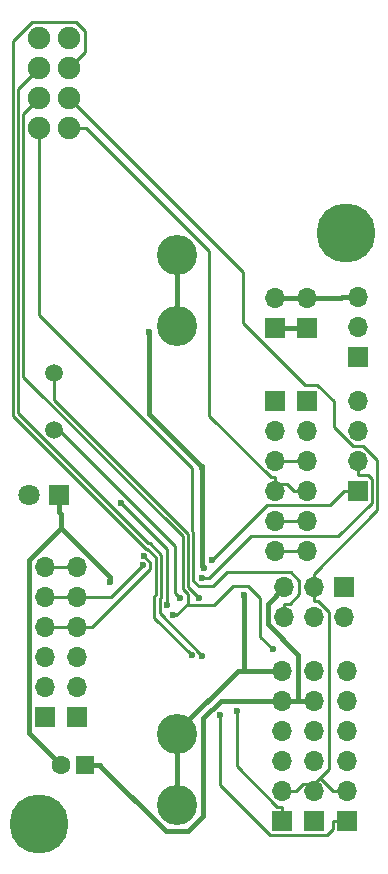
<source format=gtl>
G04 #@! TF.GenerationSoftware,KiCad,Pcbnew,5.0.2-bee76a0~70~ubuntu18.04.1*
G04 #@! TF.CreationDate,2019-01-08T13:34:53-05:00*
G04 #@! TF.ProjectId,samn_small,73616d6e-5f73-46d6-916c-6c2e6b696361,7*
G04 #@! TF.SameCoordinates,Original*
G04 #@! TF.FileFunction,Copper,L1,Top*
G04 #@! TF.FilePolarity,Positive*
%FSLAX46Y46*%
G04 Gerber Fmt 4.6, Leading zero omitted, Abs format (unit mm)*
G04 Created by KiCad (PCBNEW 5.0.2-bee76a0~70~ubuntu18.04.1) date Tue 08 Jan 2019 01:34:53 PM EST*
%MOMM*%
%LPD*%
G01*
G04 APERTURE LIST*
G04 #@! TA.AperFunction,ComponentPad*
%ADD10O,1.700000X1.700000*%
G04 #@! TD*
G04 #@! TA.AperFunction,ComponentPad*
%ADD11R,1.700000X1.700000*%
G04 #@! TD*
G04 #@! TA.AperFunction,ComponentPad*
%ADD12C,1.900000*%
G04 #@! TD*
G04 #@! TA.AperFunction,ComponentPad*
%ADD13C,1.800000*%
G04 #@! TD*
G04 #@! TA.AperFunction,ComponentPad*
%ADD14R,1.800000X1.800000*%
G04 #@! TD*
G04 #@! TA.AperFunction,ComponentPad*
%ADD15C,3.400000*%
G04 #@! TD*
G04 #@! TA.AperFunction,ComponentPad*
%ADD16C,1.500000*%
G04 #@! TD*
G04 #@! TA.AperFunction,ComponentPad*
%ADD17C,1.600000*%
G04 #@! TD*
G04 #@! TA.AperFunction,ComponentPad*
%ADD18R,1.600000X1.600000*%
G04 #@! TD*
G04 #@! TA.AperFunction,ViaPad*
%ADD19C,5.000000*%
G04 #@! TD*
G04 #@! TA.AperFunction,ViaPad*
%ADD20C,0.600000*%
G04 #@! TD*
G04 #@! TA.AperFunction,Conductor*
%ADD21C,0.254000*%
G04 #@! TD*
G04 #@! TA.AperFunction,Conductor*
%ADD22C,0.420000*%
G04 #@! TD*
G04 APERTURE END LIST*
D10*
G04 #@! TO.P,J7,6*
G04 #@! TO.N,GND*
X61225400Y-74753200D03*
G04 #@! TO.P,J7,5*
G04 #@! TO.N,+3V3*
X61225400Y-77293200D03*
G04 #@! TO.P,J7,4*
G04 #@! TO.N,SCK*
X61225400Y-79833200D03*
G04 #@! TO.P,J7,3*
G04 #@! TO.N,MISO*
X61225400Y-82373200D03*
G04 #@! TO.P,J7,2*
G04 #@! TO.N,MOSI*
X61225400Y-84913200D03*
D11*
G04 #@! TO.P,J7,1*
G04 #@! TO.N,Net-(J7-Pad1)*
X61225400Y-87453200D03*
G04 #@! TD*
D10*
G04 #@! TO.P,J4,6*
G04 #@! TO.N,MISO*
X58666000Y-70240000D03*
G04 #@! TO.P,J4,5*
G04 #@! TO.N,+3V3*
X58666000Y-67700000D03*
G04 #@! TO.P,J4,4*
G04 #@! TO.N,SCK*
X61206000Y-70240000D03*
G04 #@! TO.P,J4,3*
G04 #@! TO.N,MOSI*
X61206000Y-67700000D03*
G04 #@! TO.P,J4,2*
G04 #@! TO.N,Reset*
X63746000Y-70240000D03*
D11*
G04 #@! TO.P,J4,1*
G04 #@! TO.N,GND*
X63746000Y-67700000D03*
G04 #@! TD*
D10*
G04 #@! TO.P,J12,4*
G04 #@! TO.N,Net-(J12-Pad4)*
X64900000Y-51950000D03*
G04 #@! TO.P,J12,3*
G04 #@! TO.N,Net-(J12-Pad3)*
X64900000Y-54490000D03*
G04 #@! TO.P,J12,2*
G04 #@! TO.N,Net-(J12-Pad2)*
X64900000Y-57030000D03*
D11*
G04 #@! TO.P,J12,1*
G04 #@! TO.N,Net-(J12-Pad1)*
X64900000Y-59570000D03*
G04 #@! TD*
D10*
G04 #@! TO.P,J11,2*
G04 #@! TO.N,Net-(J11-Pad2)*
X57900000Y-43160000D03*
D11*
G04 #@! TO.P,J11,1*
G04 #@! TO.N,GND*
X57900000Y-45700000D03*
G04 #@! TD*
D10*
G04 #@! TO.P,J9,6*
G04 #@! TO.N,Net-(J3-Pad6)*
X57900000Y-64650000D03*
G04 #@! TO.P,J9,5*
G04 #@! TO.N,Net-(J3-Pad5)*
X57900000Y-62110000D03*
G04 #@! TO.P,J9,4*
G04 #@! TO.N,Net-(J3-Pad4)*
X57900000Y-59570000D03*
G04 #@! TO.P,J9,3*
G04 #@! TO.N,Net-(J3-Pad3)*
X57900000Y-57030000D03*
G04 #@! TO.P,J9,2*
G04 #@! TO.N,Net-(J3-Pad2)*
X57900000Y-54490000D03*
D11*
G04 #@! TO.P,J9,1*
G04 #@! TO.N,Reset*
X57900000Y-51950000D03*
G04 #@! TD*
D10*
G04 #@! TO.P,J10,6*
G04 #@! TO.N,Net-(J1-Pad6)*
X41150000Y-65987000D03*
G04 #@! TO.P,J10,5*
G04 #@! TO.N,Net-(J1-Pad5)*
X41150000Y-68527000D03*
G04 #@! TO.P,J10,4*
G04 #@! TO.N,Net-(J1-Pad4)*
X41150000Y-71067000D03*
G04 #@! TO.P,J10,3*
G04 #@! TO.N,Net-(J1-Pad3)*
X41150000Y-73607000D03*
G04 #@! TO.P,J10,2*
G04 #@! TO.N,Net-(J1-Pad2)*
X41150000Y-76147000D03*
D11*
G04 #@! TO.P,J10,1*
G04 #@! TO.N,Net-(J1-Pad1)*
X41150000Y-78687000D03*
G04 #@! TD*
D12*
G04 #@! TO.P,U3,1*
G04 #@! TO.N,GND*
X37900000Y-21200000D03*
G04 #@! TO.P,U3,2*
G04 #@! TO.N,+3V3*
X40440000Y-21200000D03*
G04 #@! TO.P,U3,3*
G04 #@! TO.N,Net-(U2-Pad10)*
X37900000Y-23740000D03*
G04 #@! TO.P,U3,4*
G04 #@! TO.N,Net-(U2-Pad11)*
X40440000Y-23740000D03*
G04 #@! TO.P,U3,5*
G04 #@! TO.N,SCK*
X37900000Y-26280000D03*
G04 #@! TO.P,U3,6*
G04 #@! TO.N,MOSI*
X40440000Y-26280000D03*
G04 #@! TO.P,U3,7*
G04 #@! TO.N,MISO*
X37900000Y-28820000D03*
G04 #@! TO.P,U3,8*
G04 #@! TO.N,Net-(J3-Pad4)*
X40440000Y-28820000D03*
G04 #@! TD*
D10*
G04 #@! TO.P,J2,2*
G04 #@! TO.N,Net-(J11-Pad2)*
X60650000Y-43160000D03*
D11*
G04 #@! TO.P,J2,1*
G04 #@! TO.N,GND*
X60650000Y-45700000D03*
G04 #@! TD*
D10*
G04 #@! TO.P,J6,6*
G04 #@! TO.N,GND*
X58475400Y-74753200D03*
G04 #@! TO.P,J6,5*
G04 #@! TO.N,+3V3*
X58475400Y-77293200D03*
G04 #@! TO.P,J6,4*
G04 #@! TO.N,SCK*
X58475400Y-79833200D03*
G04 #@! TO.P,J6,3*
G04 #@! TO.N,MISO*
X58475400Y-82373200D03*
G04 #@! TO.P,J6,2*
G04 #@! TO.N,MOSI*
X58475400Y-84913200D03*
D11*
G04 #@! TO.P,J6,1*
G04 #@! TO.N,Net-(J6-Pad1)*
X58475400Y-87453200D03*
G04 #@! TD*
D10*
G04 #@! TO.P,J8,6*
G04 #@! TO.N,GND*
X63975400Y-74753200D03*
G04 #@! TO.P,J8,5*
G04 #@! TO.N,+3V3*
X63975400Y-77293200D03*
G04 #@! TO.P,J8,4*
G04 #@! TO.N,SCK*
X63975400Y-79833200D03*
G04 #@! TO.P,J8,3*
G04 #@! TO.N,MISO*
X63975400Y-82373200D03*
G04 #@! TO.P,J8,2*
G04 #@! TO.N,MOSI*
X63975400Y-84913200D03*
D11*
G04 #@! TO.P,J8,1*
G04 #@! TO.N,Net-(J8-Pad1)*
X63975400Y-87453200D03*
G04 #@! TD*
D10*
G04 #@! TO.P,J5,3*
G04 #@! TO.N,Net-(J11-Pad2)*
X64900000Y-43120000D03*
G04 #@! TO.P,J5,2*
G04 #@! TO.N,+1V5*
X64900000Y-45660000D03*
D11*
G04 #@! TO.P,J5,1*
G04 #@! TO.N,Net-(J5-Pad1)*
X64900000Y-48200000D03*
G04 #@! TD*
D13*
G04 #@! TO.P,LED_I1,2*
G04 #@! TO.N,Net-(LED_I1-Pad2)*
X37035000Y-59875000D03*
D14*
G04 #@! TO.P,LED_I1,1*
G04 #@! TO.N,GND*
X39575000Y-59875000D03*
G04 #@! TD*
D15*
G04 #@! TO.P,V1,1*
G04 #@! TO.N,Net-(J11-Pad2)*
X49600000Y-39550000D03*
X49600000Y-45550000D03*
G04 #@! TO.P,V1,2*
G04 #@! TO.N,GND*
X49600000Y-80100000D03*
X49600000Y-86100000D03*
G04 #@! TD*
D16*
G04 #@! TO.P,Y1,2*
G04 #@! TO.N,Net-(C6-Pad1)*
X39175000Y-54410000D03*
G04 #@! TO.P,Y1,1*
G04 #@! TO.N,Net-(C5-Pad1)*
X39175000Y-49530000D03*
G04 #@! TD*
D17*
G04 #@! TO.P,C4,2*
G04 #@! TO.N,GND*
X39800000Y-82700000D03*
D18*
G04 #@! TO.P,C4,1*
G04 #@! TO.N,+3V3*
X41800000Y-82700000D03*
G04 #@! TD*
D10*
G04 #@! TO.P,J1,6*
G04 #@! TO.N,Net-(J1-Pad6)*
X38463000Y-66000000D03*
G04 #@! TO.P,J1,5*
G04 #@! TO.N,Net-(J1-Pad5)*
X38463000Y-68540000D03*
G04 #@! TO.P,J1,4*
G04 #@! TO.N,Net-(J1-Pad4)*
X38463000Y-71080000D03*
G04 #@! TO.P,J1,3*
G04 #@! TO.N,Net-(J1-Pad3)*
X38463000Y-73620000D03*
G04 #@! TO.P,J1,2*
G04 #@! TO.N,Net-(J1-Pad2)*
X38463000Y-76160000D03*
D11*
G04 #@! TO.P,J1,1*
G04 #@! TO.N,Net-(J1-Pad1)*
X38463000Y-78700000D03*
G04 #@! TD*
D10*
G04 #@! TO.P,J3,6*
G04 #@! TO.N,Net-(J3-Pad6)*
X60650000Y-64650000D03*
G04 #@! TO.P,J3,5*
G04 #@! TO.N,Net-(J3-Pad5)*
X60650000Y-62110000D03*
G04 #@! TO.P,J3,4*
G04 #@! TO.N,Net-(J3-Pad4)*
X60650000Y-59570000D03*
G04 #@! TO.P,J3,3*
G04 #@! TO.N,Net-(J3-Pad3)*
X60650000Y-57030000D03*
G04 #@! TO.P,J3,2*
G04 #@! TO.N,Net-(J3-Pad2)*
X60650000Y-54490000D03*
D11*
G04 #@! TO.P,J3,1*
G04 #@! TO.N,Reset*
X60650000Y-51950000D03*
G04 #@! TD*
D19*
G04 #@! TO.N,*
X37900000Y-87700000D03*
X63900000Y-37700000D03*
D20*
G04 #@! TO.N,Net-(C5-Pad1)*
X51461400Y-68569800D03*
G04 #@! TO.N,Net-(C6-Pad1)*
X49841200Y-68605000D03*
G04 #@! TO.N,+3V3*
X51849400Y-66026400D03*
X47204600Y-46044100D03*
X51680200Y-57510000D03*
G04 #@! TO.N,GND*
X55302000Y-68353600D03*
X43949800Y-67241400D03*
G04 #@! TO.N,Net-(R4-Pad2)*
X48777700Y-69160800D03*
X44849800Y-60550300D03*
G04 #@! TO.N,SCK*
X57701200Y-72949800D03*
X49236900Y-70067400D03*
G04 #@! TO.N,Net-(J1-Pad4)*
X46839300Y-65033500D03*
G04 #@! TO.N,Net-(J1-Pad5)*
X46701700Y-65833900D03*
G04 #@! TO.N,Net-(J8-Pad1)*
X53277600Y-78537000D03*
G04 #@! TO.N,Net-(J6-Pad1)*
X54670600Y-78123700D03*
G04 #@! TO.N,Net-(U2-Pad10)*
X51756900Y-73474500D03*
G04 #@! TO.N,Net-(U2-Pad11)*
X50850000Y-73457800D03*
G04 #@! TO.N,Net-(J12-Pad2)*
X51697600Y-66927800D03*
G04 #@! TO.N,Net-(J12-Pad1)*
X52599700Y-65398500D03*
G04 #@! TD*
D21*
G04 #@! TO.N,Net-(C5-Pad1)*
X51461400Y-68569800D02*
X50543800Y-67652200D01*
X50543800Y-67652200D02*
X50543800Y-63193800D01*
X50543800Y-63193800D02*
X39175000Y-51825000D01*
X39175000Y-51825000D02*
X39175000Y-49530000D01*
G04 #@! TO.N,Net-(C6-Pad1)*
X39175000Y-54410000D02*
X39602000Y-54410000D01*
X39602000Y-54410000D02*
X49405100Y-64213100D01*
X49405100Y-64213100D02*
X49405100Y-68168900D01*
X49405100Y-68168900D02*
X49841200Y-68605000D01*
D22*
G04 #@! TO.N,+3V3*
X51849400Y-66026400D02*
X51680200Y-65857200D01*
X51680200Y-65857200D02*
X51680200Y-57510000D01*
X47204600Y-46044100D02*
X47204600Y-53034400D01*
X47204600Y-53034400D02*
X51680200Y-57510000D01*
X43110300Y-82700000D02*
X43110300Y-82781900D01*
X43110300Y-82781900D02*
X48650700Y-88322300D01*
X48650700Y-88322300D02*
X50515100Y-88322300D01*
X50515100Y-88322300D02*
X51813300Y-87024100D01*
X51813300Y-87024100D02*
X51813300Y-78777900D01*
X51813300Y-78777900D02*
X53298000Y-77293200D01*
X53298000Y-77293200D02*
X58475400Y-77293200D01*
X59835700Y-77293200D02*
X59865100Y-77293200D01*
X58666000Y-67700000D02*
X57278000Y-69088000D01*
X57278000Y-69088000D02*
X57278000Y-70836600D01*
X57278000Y-70836600D02*
X59835700Y-73394300D01*
X59835700Y-73394300D02*
X59835700Y-77293200D01*
X58475400Y-77293200D02*
X59835700Y-77293200D01*
X61225400Y-77293200D02*
X59865100Y-77293200D01*
X41800000Y-82700000D02*
X43110300Y-82700000D01*
G04 #@! TO.N,GND*
X49600000Y-80100000D02*
X49600000Y-79889000D01*
X49600000Y-79889000D02*
X54735800Y-74753200D01*
X54735800Y-74753200D02*
X55302000Y-74753200D01*
X55302000Y-74753200D02*
X55302000Y-68353600D01*
X55302000Y-74753200D02*
X57115100Y-74753200D01*
X39802300Y-62698500D02*
X37102600Y-65398200D01*
X37102600Y-65398200D02*
X37102600Y-80002600D01*
X37102600Y-80002600D02*
X39800000Y-82700000D01*
X39575000Y-61105200D02*
X39575000Y-61285300D01*
X39575000Y-61285300D02*
X39802300Y-61512600D01*
X39802300Y-61512600D02*
X39802300Y-62698500D01*
X39802300Y-62698500D02*
X43949800Y-66846100D01*
X43949800Y-66846100D02*
X43949800Y-67241400D01*
X39575000Y-59875000D02*
X39575000Y-61105200D01*
X58475400Y-74753200D02*
X57115100Y-74753200D01*
X49600000Y-86100000D02*
X49600000Y-80100000D01*
X60650000Y-45700000D02*
X57900000Y-45700000D01*
D21*
G04 #@! TO.N,Net-(R4-Pad2)*
X44849800Y-60550300D02*
X48777700Y-64478200D01*
X48777700Y-64478200D02*
X48777700Y-69160800D01*
G04 #@! TO.N,SCK*
X50505400Y-69076300D02*
X50505400Y-68266300D01*
X50505400Y-68266300D02*
X50089500Y-67850400D01*
X50089500Y-67850400D02*
X50089500Y-63382100D01*
X50089500Y-63382100D02*
X36596700Y-49889300D01*
X36596700Y-49889300D02*
X36596700Y-27583300D01*
X36596700Y-27583300D02*
X37900000Y-26280000D01*
X49236900Y-70067400D02*
X49514300Y-70067400D01*
X49514300Y-70067400D02*
X50505400Y-69076300D01*
X50505400Y-69076300D02*
X50630100Y-69201000D01*
X50630100Y-69201000D02*
X52770000Y-69201000D01*
X52770000Y-69201000D02*
X54385600Y-67585400D01*
X54385600Y-67585400D02*
X55620800Y-67585400D01*
X55620800Y-67585400D02*
X56640600Y-68605200D01*
X56640600Y-68605200D02*
X56640600Y-71889200D01*
X56640600Y-71889200D02*
X57701200Y-72949800D01*
G04 #@! TO.N,MOSI*
X61206000Y-67700000D02*
X61206000Y-66522700D01*
X40440000Y-26280000D02*
X55177800Y-41017800D01*
X55177800Y-41017800D02*
X55177800Y-45316200D01*
X55177800Y-45316200D02*
X60404200Y-50542600D01*
X60404200Y-50542600D02*
X61471600Y-50542600D01*
X61471600Y-50542600D02*
X62867600Y-51938600D01*
X62867600Y-51938600D02*
X62867600Y-54147200D01*
X62867600Y-54147200D02*
X64480400Y-55760000D01*
X64480400Y-55760000D02*
X65378000Y-55760000D01*
X65378000Y-55760000D02*
X66562600Y-56944600D01*
X66562600Y-56944600D02*
X66562600Y-61166100D01*
X66562600Y-61166100D02*
X61206000Y-66522700D01*
X61717400Y-83832500D02*
X61225400Y-84324500D01*
X61206000Y-68877300D02*
X61573900Y-68877300D01*
X61573900Y-68877300D02*
X62502800Y-69806200D01*
X62502800Y-69806200D02*
X62502800Y-83047100D01*
X62502800Y-83047100D02*
X61717400Y-83832500D01*
X61717400Y-83832500D02*
X62798100Y-84913200D01*
X63975400Y-84913200D02*
X62798100Y-84913200D01*
X61206000Y-67700000D02*
X61206000Y-68877300D01*
X58475400Y-84913200D02*
X59652700Y-84913200D01*
X61225400Y-84324500D02*
X60241400Y-84324500D01*
X60241400Y-84324500D02*
X59652700Y-84913200D01*
X61225400Y-84913200D02*
X61225400Y-84324500D01*
G04 #@! TO.N,MISO*
X37900000Y-28820000D02*
X37900000Y-44631200D01*
X37900000Y-44631200D02*
X50885100Y-57616300D01*
X50885100Y-57616300D02*
X50885100Y-62892600D01*
X50885100Y-62892600D02*
X50998100Y-63005600D01*
X50998100Y-63005600D02*
X50998100Y-67123700D01*
X50998100Y-67123700D02*
X51485200Y-67610800D01*
X51485200Y-67610800D02*
X52644200Y-67610800D01*
X52644200Y-67610800D02*
X53833400Y-66421600D01*
X53833400Y-66421600D02*
X59227200Y-66421600D01*
X59227200Y-66421600D02*
X59949900Y-67144300D01*
X59949900Y-67144300D02*
X59949900Y-68266700D01*
X59949900Y-68266700D02*
X59153900Y-69062700D01*
X59153900Y-69062700D02*
X58666000Y-69062700D01*
X58666000Y-70240000D02*
X58666000Y-69062700D01*
G04 #@! TO.N,Net-(J3-Pad3)*
X60650000Y-57030000D02*
X57900000Y-57030000D01*
G04 #@! TO.N,Net-(J3-Pad4)*
X60650000Y-59570000D02*
X59472700Y-59570000D01*
X57900000Y-58981300D02*
X58884000Y-58981300D01*
X58884000Y-58981300D02*
X59472700Y-59570000D01*
X57900000Y-58981300D02*
X57900000Y-58392700D01*
X57900000Y-59570000D02*
X57900000Y-58981300D01*
X40440000Y-28820000D02*
X41883700Y-28820000D01*
X41883700Y-28820000D02*
X52317700Y-39254000D01*
X52317700Y-39254000D02*
X52317700Y-53176300D01*
X52317700Y-53176300D02*
X57534100Y-58392700D01*
X57534100Y-58392700D02*
X57900000Y-58392700D01*
G04 #@! TO.N,Net-(J3-Pad5)*
X60650000Y-62110000D02*
X57900000Y-62110000D01*
G04 #@! TO.N,Net-(J3-Pad6)*
X60650000Y-64650000D02*
X57900000Y-64650000D01*
G04 #@! TO.N,Net-(J1-Pad4)*
X41150000Y-71067000D02*
X42392000Y-71067000D01*
X42392000Y-71067000D02*
X47329000Y-66130000D01*
X47329000Y-66130000D02*
X47329000Y-65574000D01*
X47329000Y-65574000D02*
X46839400Y-65084400D01*
X46839400Y-65084400D02*
X46839300Y-65084400D01*
X46839300Y-65084400D02*
X46839300Y-65033500D01*
X38463000Y-71080000D02*
X39640300Y-71080000D01*
X41150000Y-71067000D02*
X39653300Y-71067000D01*
X39653300Y-71067000D02*
X39640300Y-71080000D01*
G04 #@! TO.N,Net-(J1-Pad5)*
X42327300Y-68527000D02*
X44008600Y-68527000D01*
X44008600Y-68527000D02*
X46701700Y-65833900D01*
X41150000Y-68527000D02*
X42327300Y-68527000D01*
X41150000Y-68527000D02*
X39972700Y-68527000D01*
X38463000Y-68540000D02*
X39959700Y-68540000D01*
X39959700Y-68540000D02*
X39972700Y-68527000D01*
G04 #@! TO.N,Net-(J1-Pad6)*
X41150000Y-65987000D02*
X39972700Y-65987000D01*
X38463000Y-66000000D02*
X39959700Y-66000000D01*
X39959700Y-66000000D02*
X39972700Y-65987000D01*
G04 #@! TO.N,Net-(J8-Pad1)*
X63975400Y-87453200D02*
X62798100Y-87453200D01*
X53277600Y-78537000D02*
X53277600Y-84467800D01*
X53277600Y-84467800D02*
X57440300Y-88630500D01*
X57440300Y-88630500D02*
X62283100Y-88630500D01*
X62283100Y-88630500D02*
X62798100Y-88115500D01*
X62798100Y-88115500D02*
X62798100Y-87453200D01*
G04 #@! TO.N,Net-(J6-Pad1)*
X58475400Y-87453200D02*
X58475400Y-86275900D01*
X54670600Y-78123700D02*
X54670600Y-82839000D01*
X54670600Y-82839000D02*
X58107500Y-86275900D01*
X58107500Y-86275900D02*
X58475400Y-86275900D01*
G04 #@! TO.N,Net-(U2-Pad10)*
X37900000Y-23740000D02*
X36142300Y-25497700D01*
X36142300Y-25497700D02*
X36142300Y-52967300D01*
X36142300Y-52967300D02*
X47126900Y-63951900D01*
X47126900Y-63951900D02*
X47287400Y-63951900D01*
X47287400Y-63951900D02*
X48272300Y-64936800D01*
X48272300Y-64936800D02*
X48272300Y-68534500D01*
X48272300Y-68534500D02*
X48150400Y-68656400D01*
X48150400Y-68656400D02*
X48150400Y-69868000D01*
X48150400Y-69868000D02*
X51756900Y-73474500D01*
G04 #@! TO.N,Net-(U2-Pad11)*
X40440000Y-23740000D02*
X41827900Y-22352100D01*
X41827900Y-22352100D02*
X41827900Y-20585900D01*
X41827900Y-20585900D02*
X41039500Y-19797500D01*
X41039500Y-19797500D02*
X37294500Y-19797500D01*
X37294500Y-19797500D02*
X35688000Y-21404000D01*
X35688000Y-21404000D02*
X35688000Y-53155500D01*
X35688000Y-53155500D02*
X46938700Y-64406200D01*
X46938700Y-64406200D02*
X47099200Y-64406200D01*
X47099200Y-64406200D02*
X47818000Y-65125000D01*
X47818000Y-65125000D02*
X47818000Y-68346300D01*
X47818000Y-68346300D02*
X47696100Y-68468200D01*
X47696100Y-68468200D02*
X47696100Y-70303900D01*
X47696100Y-70303900D02*
X50850000Y-73457800D01*
D22*
G04 #@! TO.N,Net-(J11-Pad2)*
X64900000Y-43120000D02*
X63539700Y-43120000D01*
X60650000Y-43160000D02*
X63499700Y-43160000D01*
X63499700Y-43160000D02*
X63539700Y-43120000D01*
X57900000Y-43160000D02*
X60650000Y-43160000D01*
X49600000Y-45550000D02*
X49600000Y-39550000D01*
D21*
G04 #@! TO.N,Net-(J12-Pad2)*
X51697600Y-66927800D02*
X52329500Y-66927800D01*
X52329500Y-66927800D02*
X55877300Y-63380000D01*
X55877300Y-63380000D02*
X63258100Y-63380000D01*
X63258100Y-63380000D02*
X66077400Y-60560700D01*
X66077400Y-60560700D02*
X66077400Y-58552100D01*
X66077400Y-58552100D02*
X65732600Y-58207300D01*
X65732600Y-58207300D02*
X64900000Y-58207300D01*
X64900000Y-57030000D02*
X64900000Y-58207300D01*
G04 #@! TO.N,Net-(J12-Pad1)*
X52599700Y-65398500D02*
X57250900Y-60747300D01*
X57250900Y-60747300D02*
X62545400Y-60747300D01*
X62545400Y-60747300D02*
X63722700Y-59570000D01*
X64900000Y-59570000D02*
X63722700Y-59570000D01*
G04 #@! TD*
M02*

</source>
